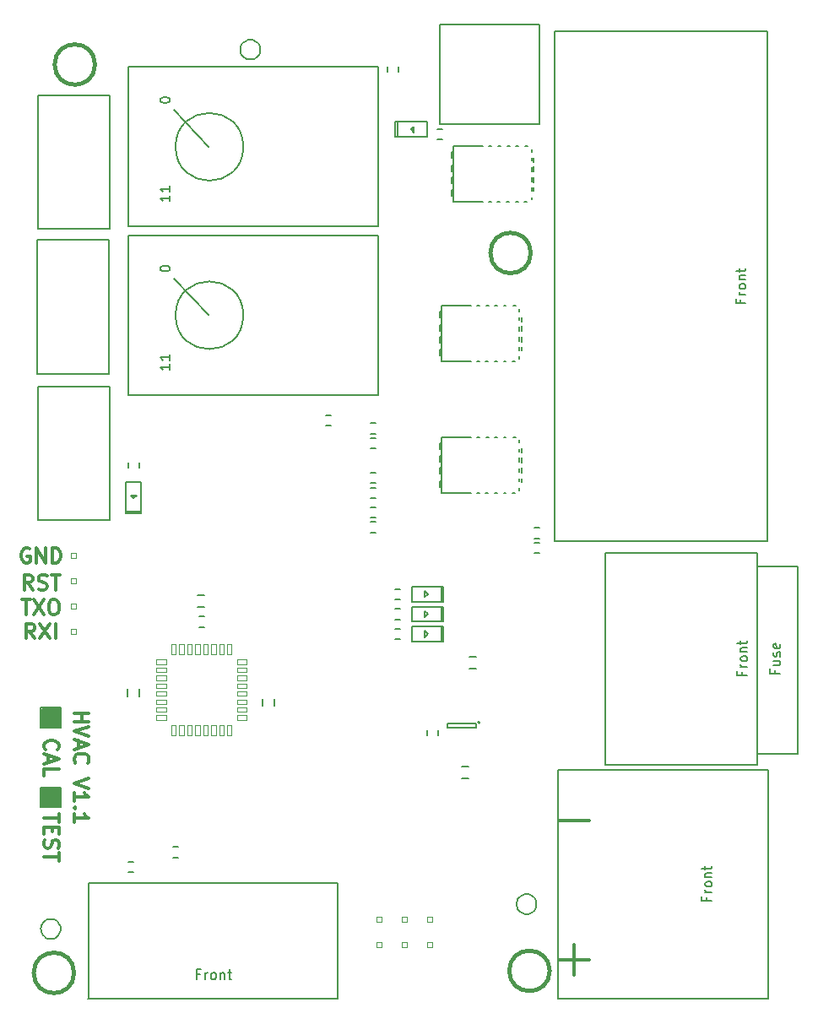
<source format=gto>
G04 #@! TF.FileFunction,Legend,Top*
%FSLAX46Y46*%
G04 Gerber Fmt 4.6, Leading zero omitted, Abs format (unit mm)*
G04 Created by KiCad (PCBNEW 4.0.2+dfsg1-stable) date Tue 11 Jul 2017 10:21:47 PM MDT*
%MOMM*%
G01*
G04 APERTURE LIST*
%ADD10C,0.150000*%
%ADD11C,0.300000*%
%ADD12C,0.200000*%
%ADD13C,0.127000*%
%ADD14C,0.066040*%
%ADD15C,0.450000*%
%ADD16C,0.254000*%
G04 APERTURE END LIST*
D10*
D11*
X103976191Y-117285714D02*
X107023810Y-117285714D01*
X103976191Y-131285714D02*
X107023810Y-131285714D01*
X105500000Y-132809524D02*
X105500000Y-129761905D01*
X51178572Y-94178571D02*
X50678572Y-93464286D01*
X50321429Y-94178571D02*
X50321429Y-92678571D01*
X50892857Y-92678571D01*
X51035715Y-92750000D01*
X51107143Y-92821429D01*
X51178572Y-92964286D01*
X51178572Y-93178571D01*
X51107143Y-93321429D01*
X51035715Y-93392857D01*
X50892857Y-93464286D01*
X50321429Y-93464286D01*
X51750000Y-94107143D02*
X51964286Y-94178571D01*
X52321429Y-94178571D01*
X52464286Y-94107143D01*
X52535715Y-94035714D01*
X52607143Y-93892857D01*
X52607143Y-93750000D01*
X52535715Y-93607143D01*
X52464286Y-93535714D01*
X52321429Y-93464286D01*
X52035715Y-93392857D01*
X51892857Y-93321429D01*
X51821429Y-93250000D01*
X51750000Y-93107143D01*
X51750000Y-92964286D01*
X51821429Y-92821429D01*
X51892857Y-92750000D01*
X52035715Y-92678571D01*
X52392857Y-92678571D01*
X52607143Y-92750000D01*
X53035714Y-92678571D02*
X53892857Y-92678571D01*
X53464286Y-94178571D02*
X53464286Y-92678571D01*
X51392858Y-99078571D02*
X50892858Y-98364286D01*
X50535715Y-99078571D02*
X50535715Y-97578571D01*
X51107143Y-97578571D01*
X51250001Y-97650000D01*
X51321429Y-97721429D01*
X51392858Y-97864286D01*
X51392858Y-98078571D01*
X51321429Y-98221429D01*
X51250001Y-98292857D01*
X51107143Y-98364286D01*
X50535715Y-98364286D01*
X51892858Y-97578571D02*
X52892858Y-99078571D01*
X52892858Y-97578571D02*
X51892858Y-99078571D01*
X53464286Y-99078571D02*
X53464286Y-97578571D01*
X50071429Y-95178571D02*
X50928572Y-95178571D01*
X50500001Y-96678571D02*
X50500001Y-95178571D01*
X51285715Y-95178571D02*
X52285715Y-96678571D01*
X52285715Y-95178571D02*
X51285715Y-96678571D01*
X53142857Y-95178571D02*
X53428571Y-95178571D01*
X53571429Y-95250000D01*
X53714286Y-95392857D01*
X53785714Y-95678571D01*
X53785714Y-96178571D01*
X53714286Y-96464286D01*
X53571429Y-96607143D01*
X53428571Y-96678571D01*
X53142857Y-96678571D01*
X53000000Y-96607143D01*
X52857143Y-96464286D01*
X52785714Y-96178571D01*
X52785714Y-95678571D01*
X52857143Y-95392857D01*
X53000000Y-95250000D01*
X53142857Y-95178571D01*
X50857143Y-90050000D02*
X50714286Y-89978571D01*
X50500000Y-89978571D01*
X50285715Y-90050000D01*
X50142857Y-90192857D01*
X50071429Y-90335714D01*
X50000000Y-90621429D01*
X50000000Y-90835714D01*
X50071429Y-91121429D01*
X50142857Y-91264286D01*
X50285715Y-91407143D01*
X50500000Y-91478571D01*
X50642857Y-91478571D01*
X50857143Y-91407143D01*
X50928572Y-91335714D01*
X50928572Y-90835714D01*
X50642857Y-90835714D01*
X51571429Y-91478571D02*
X51571429Y-89978571D01*
X52428572Y-91478571D01*
X52428572Y-89978571D01*
X53142858Y-91478571D02*
X53142858Y-89978571D01*
X53500001Y-89978571D01*
X53714286Y-90050000D01*
X53857144Y-90192857D01*
X53928572Y-90335714D01*
X54000001Y-90621429D01*
X54000001Y-90835714D01*
X53928572Y-91121429D01*
X53857144Y-91264286D01*
X53714286Y-91407143D01*
X53500001Y-91478571D01*
X53142858Y-91478571D01*
X53821429Y-116607143D02*
X53821429Y-117464286D01*
X52321429Y-117035715D02*
X53821429Y-117035715D01*
X53107143Y-117964286D02*
X53107143Y-118464286D01*
X52321429Y-118678572D02*
X52321429Y-117964286D01*
X53821429Y-117964286D01*
X53821429Y-118678572D01*
X52392857Y-119250000D02*
X52321429Y-119464286D01*
X52321429Y-119821429D01*
X52392857Y-119964286D01*
X52464286Y-120035715D01*
X52607143Y-120107143D01*
X52750000Y-120107143D01*
X52892857Y-120035715D01*
X52964286Y-119964286D01*
X53035714Y-119821429D01*
X53107143Y-119535715D01*
X53178571Y-119392857D01*
X53250000Y-119321429D01*
X53392857Y-119250000D01*
X53535714Y-119250000D01*
X53678571Y-119321429D01*
X53750000Y-119392857D01*
X53821429Y-119535715D01*
X53821429Y-119892857D01*
X53750000Y-120107143D01*
X53821429Y-120535714D02*
X53821429Y-121392857D01*
X52321429Y-120964286D02*
X53821429Y-120964286D01*
X52464286Y-110214286D02*
X52392857Y-110142857D01*
X52321429Y-109928571D01*
X52321429Y-109785714D01*
X52392857Y-109571429D01*
X52535714Y-109428571D01*
X52678571Y-109357143D01*
X52964286Y-109285714D01*
X53178571Y-109285714D01*
X53464286Y-109357143D01*
X53607143Y-109428571D01*
X53750000Y-109571429D01*
X53821429Y-109785714D01*
X53821429Y-109928571D01*
X53750000Y-110142857D01*
X53678571Y-110214286D01*
X52750000Y-110785714D02*
X52750000Y-111500000D01*
X52321429Y-110642857D02*
X53821429Y-111142857D01*
X52321429Y-111642857D01*
X52321429Y-112857143D02*
X52321429Y-112142857D01*
X53821429Y-112142857D01*
D12*
X52000000Y-116000000D02*
X52000000Y-114000000D01*
X54000000Y-116000000D02*
X52000000Y-116000000D01*
X54000000Y-114000000D02*
X54000000Y-116000000D01*
X52000000Y-114000000D02*
X54000000Y-114000000D01*
X52000000Y-106000000D02*
X53000000Y-106000000D01*
X52000000Y-108000000D02*
X52000000Y-106000000D01*
X54000000Y-108000000D02*
X52000000Y-108000000D01*
X54000000Y-106000000D02*
X54000000Y-108000000D01*
X53000000Y-106000000D02*
X54000000Y-106000000D01*
D11*
X55321429Y-106535715D02*
X56821429Y-106535715D01*
X56107143Y-106535715D02*
X56107143Y-107392858D01*
X55321429Y-107392858D02*
X56821429Y-107392858D01*
X56821429Y-107892858D02*
X55321429Y-108392858D01*
X56821429Y-108892858D01*
X55750000Y-109321429D02*
X55750000Y-110035715D01*
X55321429Y-109178572D02*
X56821429Y-109678572D01*
X55321429Y-110178572D01*
X55464286Y-111535715D02*
X55392857Y-111464286D01*
X55321429Y-111250000D01*
X55321429Y-111107143D01*
X55392857Y-110892858D01*
X55535714Y-110750000D01*
X55678571Y-110678572D01*
X55964286Y-110607143D01*
X56178571Y-110607143D01*
X56464286Y-110678572D01*
X56607143Y-110750000D01*
X56750000Y-110892858D01*
X56821429Y-111107143D01*
X56821429Y-111250000D01*
X56750000Y-111464286D01*
X56678571Y-111535715D01*
X56821429Y-113107143D02*
X55321429Y-113607143D01*
X56821429Y-114107143D01*
X55321429Y-115392857D02*
X55321429Y-114535714D01*
X55321429Y-114964286D02*
X56821429Y-114964286D01*
X56607143Y-114821429D01*
X56464286Y-114678571D01*
X56392857Y-114535714D01*
X55464286Y-116035714D02*
X55392857Y-116107142D01*
X55321429Y-116035714D01*
X55392857Y-115964285D01*
X55464286Y-116035714D01*
X55321429Y-116035714D01*
X55321429Y-117535714D02*
X55321429Y-116678571D01*
X55321429Y-117107143D02*
X56821429Y-117107143D01*
X56607143Y-116964286D01*
X56464286Y-116821428D01*
X56392857Y-116678571D01*
D10*
X74200000Y-105800000D02*
X74200000Y-105100000D01*
X75400000Y-105100000D02*
X75400000Y-105800000D01*
X68400000Y-95900000D02*
X67700000Y-95900000D01*
X67700000Y-94700000D02*
X68400000Y-94700000D01*
X61900000Y-104150000D02*
X61900000Y-104850000D01*
X60700000Y-104850000D02*
X60700000Y-104150000D01*
X94950000Y-100900000D02*
X95650000Y-100900000D01*
X95650000Y-102100000D02*
X94950000Y-102100000D01*
X94200000Y-111900000D02*
X94900000Y-111900000D01*
X94900000Y-113100000D02*
X94200000Y-113100000D01*
D13*
X92168778Y-95361508D02*
X92168778Y-93862908D01*
X92168778Y-93862908D02*
X89171578Y-93862908D01*
X89171578Y-93862908D02*
X89171578Y-95361508D01*
X89171578Y-95361508D02*
X92168778Y-95361508D01*
X92168778Y-95361508D02*
X92369438Y-95361508D01*
X92369438Y-95361508D02*
X92369438Y-93862908D01*
X92369438Y-93862908D02*
X92168778Y-93862908D01*
X92168778Y-93862908D02*
X92168778Y-95361508D01*
X90820038Y-94612208D02*
X90520318Y-94911928D01*
X90520318Y-94911928D02*
X90520318Y-94312488D01*
X90520318Y-94312488D02*
X90820038Y-94612208D01*
X92168778Y-97361508D02*
X92168778Y-95862908D01*
X92168778Y-95862908D02*
X89171578Y-95862908D01*
X89171578Y-95862908D02*
X89171578Y-97361508D01*
X89171578Y-97361508D02*
X92168778Y-97361508D01*
X92168778Y-97361508D02*
X92369438Y-97361508D01*
X92369438Y-97361508D02*
X92369438Y-95862908D01*
X92369438Y-95862908D02*
X92168778Y-95862908D01*
X92168778Y-95862908D02*
X92168778Y-97361508D01*
X90820038Y-96612208D02*
X90520318Y-96911928D01*
X90520318Y-96911928D02*
X90520318Y-96312488D01*
X90520318Y-96312488D02*
X90820038Y-96612208D01*
X92168778Y-99361508D02*
X92168778Y-97862908D01*
X92168778Y-97862908D02*
X89171578Y-97862908D01*
X89171578Y-97862908D02*
X89171578Y-99361508D01*
X89171578Y-99361508D02*
X92168778Y-99361508D01*
X92168778Y-99361508D02*
X92369438Y-99361508D01*
X92369438Y-99361508D02*
X92369438Y-97862908D01*
X92369438Y-97862908D02*
X92168778Y-97862908D01*
X92168778Y-97862908D02*
X92168778Y-99361508D01*
X90820038Y-98612208D02*
X90520318Y-98911928D01*
X90520318Y-98911928D02*
X90520318Y-98312488D01*
X90520318Y-98312488D02*
X90820038Y-98612208D01*
X87752100Y-47250700D02*
X87752100Y-48749300D01*
X87752100Y-48749300D02*
X90749300Y-48749300D01*
X90749300Y-48749300D02*
X90749300Y-47250700D01*
X90749300Y-47250700D02*
X87752100Y-47250700D01*
X87752100Y-47250700D02*
X87551440Y-47250700D01*
X87551440Y-47250700D02*
X87551440Y-48749300D01*
X87551440Y-48749300D02*
X87752100Y-48749300D01*
X87752100Y-48749300D02*
X87752100Y-47250700D01*
X89100840Y-48000000D02*
X89400560Y-47700280D01*
X89400560Y-47700280D02*
X89400560Y-48299720D01*
X89400560Y-48299720D02*
X89100840Y-48000000D01*
X60550700Y-86347900D02*
X62049300Y-86347900D01*
X62049300Y-86347900D02*
X62049300Y-83350700D01*
X62049300Y-83350700D02*
X60550700Y-83350700D01*
X60550700Y-83350700D02*
X60550700Y-86347900D01*
X60550700Y-86347900D02*
X60550700Y-86548560D01*
X60550700Y-86548560D02*
X62049300Y-86548560D01*
X62049300Y-86548560D02*
X62049300Y-86347900D01*
X62049300Y-86347900D02*
X60550700Y-86347900D01*
X61300000Y-84999160D02*
X61000280Y-84699440D01*
X61000280Y-84699440D02*
X61599720Y-84699440D01*
X61599720Y-84699440D02*
X61300000Y-84999160D01*
D10*
X123800000Y-110600000D02*
X127900000Y-110600000D01*
X127900000Y-110600000D02*
X127900000Y-93200000D01*
X127900000Y-93200000D02*
X127900000Y-92200000D01*
X127900000Y-92200000D02*
X127900000Y-91800000D01*
X127900000Y-91800000D02*
X123800000Y-91800000D01*
X108600000Y-90500000D02*
X108600000Y-111700000D01*
X108600000Y-111700000D02*
X123800000Y-111700000D01*
X123800000Y-111700000D02*
X123800000Y-90500000D01*
X123800000Y-90500000D02*
X108600000Y-90500000D01*
D14*
X63554520Y-101636920D02*
X64545120Y-101636920D01*
X64545120Y-101636920D02*
X64545120Y-101179720D01*
X63554520Y-101179720D02*
X64545120Y-101179720D01*
X63554520Y-101636920D02*
X63554520Y-101179720D01*
X63554520Y-102437020D02*
X64545120Y-102437020D01*
X64545120Y-102437020D02*
X64545120Y-101979820D01*
X63554520Y-101979820D02*
X64545120Y-101979820D01*
X63554520Y-102437020D02*
X63554520Y-101979820D01*
X63554520Y-103237120D02*
X64545120Y-103237120D01*
X64545120Y-103237120D02*
X64545120Y-102779920D01*
X63554520Y-102779920D02*
X64545120Y-102779920D01*
X63554520Y-103237120D02*
X63554520Y-102779920D01*
X63554520Y-104037220D02*
X64545120Y-104037220D01*
X64545120Y-104037220D02*
X64545120Y-103580020D01*
X63554520Y-103580020D02*
X64545120Y-103580020D01*
X63554520Y-104037220D02*
X63554520Y-103580020D01*
X63554520Y-104834780D02*
X64545120Y-104834780D01*
X64545120Y-104834780D02*
X64545120Y-104377580D01*
X63554520Y-104377580D02*
X64545120Y-104377580D01*
X63554520Y-104834780D02*
X63554520Y-104377580D01*
X63554520Y-105634880D02*
X64545120Y-105634880D01*
X64545120Y-105634880D02*
X64545120Y-105177680D01*
X63554520Y-105177680D02*
X64545120Y-105177680D01*
X63554520Y-105634880D02*
X63554520Y-105177680D01*
X63554520Y-106434980D02*
X64545120Y-106434980D01*
X64545120Y-106434980D02*
X64545120Y-105977780D01*
X63554520Y-105977780D02*
X64545120Y-105977780D01*
X63554520Y-106434980D02*
X63554520Y-105977780D01*
X63554520Y-107235080D02*
X64545120Y-107235080D01*
X64545120Y-107235080D02*
X64545120Y-106777880D01*
X63554520Y-106777880D02*
X64545120Y-106777880D01*
X63554520Y-107235080D02*
X63554520Y-106777880D01*
X65073440Y-108754000D02*
X65530640Y-108754000D01*
X65530640Y-108754000D02*
X65530640Y-107763400D01*
X65073440Y-107763400D02*
X65530640Y-107763400D01*
X65073440Y-108754000D02*
X65073440Y-107763400D01*
X65873540Y-108754000D02*
X66330740Y-108754000D01*
X66330740Y-108754000D02*
X66330740Y-107763400D01*
X65873540Y-107763400D02*
X66330740Y-107763400D01*
X65873540Y-108754000D02*
X65873540Y-107763400D01*
X66673640Y-108754000D02*
X67130840Y-108754000D01*
X67130840Y-108754000D02*
X67130840Y-107763400D01*
X66673640Y-107763400D02*
X67130840Y-107763400D01*
X66673640Y-108754000D02*
X66673640Y-107763400D01*
X67473740Y-108754000D02*
X67930940Y-108754000D01*
X67930940Y-108754000D02*
X67930940Y-107763400D01*
X67473740Y-107763400D02*
X67930940Y-107763400D01*
X67473740Y-108754000D02*
X67473740Y-107763400D01*
X68271300Y-108754000D02*
X68728500Y-108754000D01*
X68728500Y-108754000D02*
X68728500Y-107763400D01*
X68271300Y-107763400D02*
X68728500Y-107763400D01*
X68271300Y-108754000D02*
X68271300Y-107763400D01*
X69071400Y-108754000D02*
X69528600Y-108754000D01*
X69528600Y-108754000D02*
X69528600Y-107763400D01*
X69071400Y-107763400D02*
X69528600Y-107763400D01*
X69071400Y-108754000D02*
X69071400Y-107763400D01*
X69871500Y-108754000D02*
X70328700Y-108754000D01*
X70328700Y-108754000D02*
X70328700Y-107763400D01*
X69871500Y-107763400D02*
X70328700Y-107763400D01*
X69871500Y-108754000D02*
X69871500Y-107763400D01*
X70671600Y-108754000D02*
X71128800Y-108754000D01*
X71128800Y-108754000D02*
X71128800Y-107763400D01*
X70671600Y-107763400D02*
X71128800Y-107763400D01*
X70671600Y-108754000D02*
X70671600Y-107763400D01*
X71657120Y-107235080D02*
X72647720Y-107235080D01*
X72647720Y-107235080D02*
X72647720Y-106777880D01*
X71657120Y-106777880D02*
X72647720Y-106777880D01*
X71657120Y-107235080D02*
X71657120Y-106777880D01*
X71657120Y-106434980D02*
X72647720Y-106434980D01*
X72647720Y-106434980D02*
X72647720Y-105977780D01*
X71657120Y-105977780D02*
X72647720Y-105977780D01*
X71657120Y-106434980D02*
X71657120Y-105977780D01*
X71657120Y-105634880D02*
X72647720Y-105634880D01*
X72647720Y-105634880D02*
X72647720Y-105177680D01*
X71657120Y-105177680D02*
X72647720Y-105177680D01*
X71657120Y-105634880D02*
X71657120Y-105177680D01*
X71657120Y-104834780D02*
X72647720Y-104834780D01*
X72647720Y-104834780D02*
X72647720Y-104377580D01*
X71657120Y-104377580D02*
X72647720Y-104377580D01*
X71657120Y-104834780D02*
X71657120Y-104377580D01*
X71657120Y-104037220D02*
X72647720Y-104037220D01*
X72647720Y-104037220D02*
X72647720Y-103580020D01*
X71657120Y-103580020D02*
X72647720Y-103580020D01*
X71657120Y-104037220D02*
X71657120Y-103580020D01*
X71657120Y-103237120D02*
X72647720Y-103237120D01*
X72647720Y-103237120D02*
X72647720Y-102779920D01*
X71657120Y-102779920D02*
X72647720Y-102779920D01*
X71657120Y-103237120D02*
X71657120Y-102779920D01*
X71657120Y-102437020D02*
X72647720Y-102437020D01*
X72647720Y-102437020D02*
X72647720Y-101979820D01*
X71657120Y-101979820D02*
X72647720Y-101979820D01*
X71657120Y-102437020D02*
X71657120Y-101979820D01*
X71657120Y-101636920D02*
X72647720Y-101636920D01*
X72647720Y-101636920D02*
X72647720Y-101179720D01*
X71657120Y-101179720D02*
X72647720Y-101179720D01*
X71657120Y-101636920D02*
X71657120Y-101179720D01*
X70671600Y-100651400D02*
X71128800Y-100651400D01*
X71128800Y-100651400D02*
X71128800Y-99660800D01*
X70671600Y-99660800D02*
X71128800Y-99660800D01*
X70671600Y-100651400D02*
X70671600Y-99660800D01*
X69871500Y-100651400D02*
X70328700Y-100651400D01*
X70328700Y-100651400D02*
X70328700Y-99660800D01*
X69871500Y-99660800D02*
X70328700Y-99660800D01*
X69871500Y-100651400D02*
X69871500Y-99660800D01*
X69071400Y-100651400D02*
X69528600Y-100651400D01*
X69528600Y-100651400D02*
X69528600Y-99660800D01*
X69071400Y-99660800D02*
X69528600Y-99660800D01*
X69071400Y-100651400D02*
X69071400Y-99660800D01*
X68271300Y-100651400D02*
X68728500Y-100651400D01*
X68728500Y-100651400D02*
X68728500Y-99660800D01*
X68271300Y-99660800D02*
X68728500Y-99660800D01*
X68271300Y-100651400D02*
X68271300Y-99660800D01*
X67473740Y-100651400D02*
X67930940Y-100651400D01*
X67930940Y-100651400D02*
X67930940Y-99660800D01*
X67473740Y-99660800D02*
X67930940Y-99660800D01*
X67473740Y-100651400D02*
X67473740Y-99660800D01*
X66673640Y-100651400D02*
X67130840Y-100651400D01*
X67130840Y-100651400D02*
X67130840Y-99660800D01*
X66673640Y-99660800D02*
X67130840Y-99660800D01*
X66673640Y-100651400D02*
X66673640Y-99660800D01*
X65873540Y-100651400D02*
X66330740Y-100651400D01*
X66330740Y-100651400D02*
X66330740Y-99660800D01*
X65873540Y-99660800D02*
X66330740Y-99660800D01*
X65873540Y-100651400D02*
X65873540Y-99660800D01*
X65073440Y-100651400D02*
X65530640Y-100651400D01*
X65530640Y-100651400D02*
X65530640Y-99660800D01*
X65073440Y-99660800D02*
X65530640Y-99660800D01*
X65073440Y-100651400D02*
X65073440Y-99660800D01*
X85666000Y-129994000D02*
X86174000Y-129994000D01*
X86174000Y-129994000D02*
X86174000Y-129486000D01*
X85666000Y-129486000D02*
X86174000Y-129486000D01*
X85666000Y-129994000D02*
X85666000Y-129486000D01*
X85666000Y-127454000D02*
X86174000Y-127454000D01*
X86174000Y-127454000D02*
X86174000Y-126946000D01*
X85666000Y-126946000D02*
X86174000Y-126946000D01*
X85666000Y-127454000D02*
X85666000Y-126946000D01*
X88206000Y-127454000D02*
X88714000Y-127454000D01*
X88714000Y-127454000D02*
X88714000Y-126946000D01*
X88206000Y-126946000D02*
X88714000Y-126946000D01*
X88206000Y-127454000D02*
X88206000Y-126946000D01*
X88206000Y-129994000D02*
X88714000Y-129994000D01*
X88714000Y-129994000D02*
X88714000Y-129486000D01*
X88206000Y-129486000D02*
X88714000Y-129486000D01*
X88206000Y-129994000D02*
X88206000Y-129486000D01*
X90746000Y-127454000D02*
X91254000Y-127454000D01*
X91254000Y-127454000D02*
X91254000Y-126946000D01*
X90746000Y-126946000D02*
X91254000Y-126946000D01*
X90746000Y-127454000D02*
X90746000Y-126946000D01*
X90746000Y-129994000D02*
X91254000Y-129994000D01*
X91254000Y-129994000D02*
X91254000Y-129486000D01*
X90746000Y-129486000D02*
X91254000Y-129486000D01*
X90746000Y-129994000D02*
X90746000Y-129486000D01*
X55554000Y-91034000D02*
X55554000Y-90526000D01*
X55554000Y-90526000D02*
X55046000Y-90526000D01*
X55046000Y-91034000D02*
X55046000Y-90526000D01*
X55554000Y-91034000D02*
X55046000Y-91034000D01*
X55554000Y-93574000D02*
X55554000Y-93066000D01*
X55554000Y-93066000D02*
X55046000Y-93066000D01*
X55046000Y-93574000D02*
X55046000Y-93066000D01*
X55554000Y-93574000D02*
X55046000Y-93574000D01*
X55554000Y-96114000D02*
X55554000Y-95606000D01*
X55554000Y-95606000D02*
X55046000Y-95606000D01*
X55046000Y-96114000D02*
X55046000Y-95606000D01*
X55554000Y-96114000D02*
X55046000Y-96114000D01*
X55554000Y-98654000D02*
X55554000Y-98146000D01*
X55554000Y-98146000D02*
X55046000Y-98146000D01*
X55046000Y-98654000D02*
X55046000Y-98146000D01*
X55554000Y-98654000D02*
X55046000Y-98654000D01*
D10*
X124944000Y-135208000D02*
X124944000Y-112208000D01*
X124944000Y-112208000D02*
X103844000Y-112208000D01*
X103844000Y-112208000D02*
X103844000Y-135208000D01*
X103844000Y-135208000D02*
X124844000Y-135208000D01*
X124844000Y-89264000D02*
X103544000Y-89264000D01*
X103544000Y-89264000D02*
X103544000Y-38164000D01*
X103544000Y-38164000D02*
X124844000Y-38164000D01*
X124844000Y-38164000D02*
X124844000Y-89264000D01*
X56700000Y-135200000D02*
X81800000Y-135200000D01*
X81800000Y-135200000D02*
X81800000Y-123600000D01*
X81800000Y-123600000D02*
X56800000Y-123600000D01*
X56800000Y-123600000D02*
X56800000Y-135200000D01*
X102000000Y-87975000D02*
X101500000Y-87975000D01*
X101500000Y-89025000D02*
X102000000Y-89025000D01*
X101500000Y-90525000D02*
X102000000Y-90525000D01*
X102000000Y-89475000D02*
X101500000Y-89475000D01*
X91825000Y-108750000D02*
X91825000Y-108250000D01*
X90775000Y-108250000D02*
X90775000Y-108750000D01*
X68400000Y-96875000D02*
X67900000Y-96875000D01*
X67900000Y-97925000D02*
X68400000Y-97925000D01*
X88019478Y-94087208D02*
X87519478Y-94087208D01*
X87519478Y-95137208D02*
X88019478Y-95137208D01*
X88019478Y-96087208D02*
X87519478Y-96087208D01*
X87519478Y-97137208D02*
X88019478Y-97137208D01*
X88019478Y-98087208D02*
X87519478Y-98087208D01*
X87519478Y-99137208D02*
X88019478Y-99137208D01*
X91750000Y-49025000D02*
X92250000Y-49025000D01*
X92250000Y-47975000D02*
X91750000Y-47975000D01*
X61825000Y-81900000D02*
X61825000Y-81400000D01*
X60775000Y-81400000D02*
X60775000Y-81900000D01*
X85550000Y-78975000D02*
X85050000Y-78975000D01*
X85050000Y-80025000D02*
X85550000Y-80025000D01*
X85550000Y-83975000D02*
X85050000Y-83975000D01*
X85050000Y-85025000D02*
X85550000Y-85025000D01*
X85550000Y-87375000D02*
X85050000Y-87375000D01*
X85050000Y-88425000D02*
X85550000Y-88425000D01*
X85050000Y-78525000D02*
X85550000Y-78525000D01*
X85550000Y-77475000D02*
X85050000Y-77475000D01*
X85050000Y-83475000D02*
X85550000Y-83475000D01*
X85550000Y-82425000D02*
X85050000Y-82425000D01*
X85050000Y-86925000D02*
X85550000Y-86925000D01*
X85550000Y-85875000D02*
X85050000Y-85875000D01*
X86775000Y-41700000D02*
X86775000Y-42200000D01*
X87825000Y-42200000D02*
X87825000Y-41700000D01*
X80600000Y-77725000D02*
X81100000Y-77725000D01*
X81100000Y-76675000D02*
X80600000Y-76675000D01*
X68800000Y-66650000D02*
X65300000Y-62950000D01*
X72295585Y-66650000D02*
G75*
G03X72295585Y-66650000I-3395585J0D01*
G01*
X85800000Y-74650000D02*
X60800000Y-74650000D01*
X60800000Y-74650000D02*
X60800000Y-58650000D01*
X60800000Y-58650000D02*
X85800000Y-58650000D01*
X85800000Y-58650000D02*
X85800000Y-74650000D01*
X68800000Y-49750000D02*
X65300000Y-46050000D01*
X72295585Y-49750000D02*
G75*
G03X72295585Y-49750000I-3395585J0D01*
G01*
X85800000Y-57750000D02*
X60800000Y-57750000D01*
X60800000Y-57750000D02*
X60800000Y-41750000D01*
X60800000Y-41750000D02*
X85800000Y-41750000D01*
X85800000Y-41750000D02*
X85800000Y-57750000D01*
X96016000Y-107500000D02*
G75*
G03X96016000Y-107500000I-100000J0D01*
G01*
X95666000Y-108050000D02*
X95666000Y-107550000D01*
X92766000Y-108050000D02*
X95666000Y-108050000D01*
X92766000Y-107550000D02*
X92766000Y-108050000D01*
X95666000Y-107550000D02*
X92766000Y-107550000D01*
X96300000Y-49700000D02*
X93400000Y-49700000D01*
X97200000Y-49700000D02*
X96950000Y-49700000D01*
X98100000Y-49700000D02*
X97850000Y-49700000D01*
X99000000Y-49700000D02*
X98750000Y-49700000D01*
X99850000Y-49700000D02*
X99650000Y-49700000D01*
X100800000Y-49700000D02*
X100550000Y-49700000D01*
X101200000Y-50250000D02*
X101200000Y-50000000D01*
X101200000Y-51150000D02*
X101200000Y-50900000D01*
X101400000Y-51250000D02*
X101400000Y-50850000D01*
X101200000Y-52200000D02*
X101200000Y-51800000D01*
X101400000Y-52250000D02*
X101400000Y-51750000D01*
X101200000Y-53250000D02*
X101200000Y-52850000D01*
X101400000Y-53300000D02*
X101400000Y-52800000D01*
X101400000Y-54200000D02*
X101400000Y-53850000D01*
X101200000Y-54150000D02*
X101200000Y-53850000D01*
X101200000Y-55050000D02*
X101200000Y-54800000D01*
X100500000Y-55300000D02*
X100750000Y-55300000D01*
X99600000Y-55300000D02*
X99850000Y-55300000D01*
X98700000Y-55300000D02*
X98950000Y-55300000D01*
X97800000Y-55300000D02*
X98050000Y-55300000D01*
X96900000Y-55300000D02*
X97200000Y-55300000D01*
X93400000Y-55300000D02*
X96300000Y-55300000D01*
X93400000Y-54100000D02*
X93200000Y-54100000D01*
X93200000Y-54100000D02*
X93200000Y-54700000D01*
X93200000Y-54700000D02*
X93400000Y-54700000D01*
X93400000Y-52800000D02*
X93200000Y-52800000D01*
X93200000Y-52800000D02*
X93200000Y-53400000D01*
X93200000Y-53400000D02*
X93400000Y-53400000D01*
X93400000Y-51600000D02*
X93200000Y-51600000D01*
X93200000Y-51600000D02*
X93200000Y-52200000D01*
X93200000Y-52200000D02*
X93400000Y-52200000D01*
X93400000Y-50300000D02*
X93200000Y-50300000D01*
X93200000Y-50300000D02*
X93200000Y-50900000D01*
X93200000Y-50900000D02*
X93400000Y-50900000D01*
X93400000Y-55300000D02*
X93400000Y-49700000D01*
X95100000Y-65700000D02*
X92200000Y-65700000D01*
X96000000Y-65700000D02*
X95750000Y-65700000D01*
X96900000Y-65700000D02*
X96650000Y-65700000D01*
X97800000Y-65700000D02*
X97550000Y-65700000D01*
X98650000Y-65700000D02*
X98450000Y-65700000D01*
X99600000Y-65700000D02*
X99350000Y-65700000D01*
X100000000Y-66250000D02*
X100000000Y-66000000D01*
X100000000Y-67150000D02*
X100000000Y-66900000D01*
X100200000Y-67250000D02*
X100200000Y-66850000D01*
X100000000Y-68200000D02*
X100000000Y-67800000D01*
X100200000Y-68250000D02*
X100200000Y-67750000D01*
X100000000Y-69250000D02*
X100000000Y-68850000D01*
X100200000Y-69300000D02*
X100200000Y-68800000D01*
X100200000Y-70200000D02*
X100200000Y-69850000D01*
X100000000Y-70150000D02*
X100000000Y-69850000D01*
X100000000Y-71050000D02*
X100000000Y-70800000D01*
X99300000Y-71300000D02*
X99550000Y-71300000D01*
X98400000Y-71300000D02*
X98650000Y-71300000D01*
X97500000Y-71300000D02*
X97750000Y-71300000D01*
X96600000Y-71300000D02*
X96850000Y-71300000D01*
X95700000Y-71300000D02*
X96000000Y-71300000D01*
X92200000Y-71300000D02*
X95100000Y-71300000D01*
X92200000Y-70100000D02*
X92000000Y-70100000D01*
X92000000Y-70100000D02*
X92000000Y-70700000D01*
X92000000Y-70700000D02*
X92200000Y-70700000D01*
X92200000Y-68800000D02*
X92000000Y-68800000D01*
X92000000Y-68800000D02*
X92000000Y-69400000D01*
X92000000Y-69400000D02*
X92200000Y-69400000D01*
X92200000Y-67600000D02*
X92000000Y-67600000D01*
X92000000Y-67600000D02*
X92000000Y-68200000D01*
X92000000Y-68200000D02*
X92200000Y-68200000D01*
X92200000Y-66300000D02*
X92000000Y-66300000D01*
X92000000Y-66300000D02*
X92000000Y-66900000D01*
X92000000Y-66900000D02*
X92200000Y-66900000D01*
X92200000Y-71300000D02*
X92200000Y-65700000D01*
X95100000Y-78850000D02*
X92200000Y-78850000D01*
X96000000Y-78850000D02*
X95750000Y-78850000D01*
X96900000Y-78850000D02*
X96650000Y-78850000D01*
X97800000Y-78850000D02*
X97550000Y-78850000D01*
X98650000Y-78850000D02*
X98450000Y-78850000D01*
X99600000Y-78850000D02*
X99350000Y-78850000D01*
X100000000Y-79400000D02*
X100000000Y-79150000D01*
X100000000Y-80300000D02*
X100000000Y-80050000D01*
X100200000Y-80400000D02*
X100200000Y-80000000D01*
X100000000Y-81350000D02*
X100000000Y-80950000D01*
X100200000Y-81400000D02*
X100200000Y-80900000D01*
X100000000Y-82400000D02*
X100000000Y-82000000D01*
X100200000Y-82450000D02*
X100200000Y-81950000D01*
X100200000Y-83350000D02*
X100200000Y-83000000D01*
X100000000Y-83300000D02*
X100000000Y-83000000D01*
X100000000Y-84200000D02*
X100000000Y-83950000D01*
X99300000Y-84450000D02*
X99550000Y-84450000D01*
X98400000Y-84450000D02*
X98650000Y-84450000D01*
X97500000Y-84450000D02*
X97750000Y-84450000D01*
X96600000Y-84450000D02*
X96850000Y-84450000D01*
X95700000Y-84450000D02*
X96000000Y-84450000D01*
X92200000Y-84450000D02*
X95100000Y-84450000D01*
X92200000Y-83250000D02*
X92000000Y-83250000D01*
X92000000Y-83250000D02*
X92000000Y-83850000D01*
X92000000Y-83850000D02*
X92200000Y-83850000D01*
X92200000Y-81950000D02*
X92000000Y-81950000D01*
X92000000Y-81950000D02*
X92000000Y-82550000D01*
X92000000Y-82550000D02*
X92200000Y-82550000D01*
X92200000Y-80750000D02*
X92000000Y-80750000D01*
X92000000Y-80750000D02*
X92000000Y-81350000D01*
X92000000Y-81350000D02*
X92200000Y-81350000D01*
X92200000Y-79450000D02*
X92000000Y-79450000D01*
X92000000Y-79450000D02*
X92000000Y-80050000D01*
X92000000Y-80050000D02*
X92200000Y-80050000D01*
X92200000Y-84450000D02*
X92200000Y-78850000D01*
D15*
X57424253Y-41500000D02*
G75*
G03X57424253Y-41500000I-2024253J0D01*
G01*
X101124253Y-60400000D02*
G75*
G03X101124253Y-60400000I-2024253J0D01*
G01*
X55324253Y-132600000D02*
G75*
G03X55324253Y-132600000I-2024253J0D01*
G01*
X103024253Y-132400000D02*
G75*
G03X103024253Y-132400000I-2024253J0D01*
G01*
D13*
X99701780Y-125700000D02*
X99717020Y-125872720D01*
X99717020Y-125872720D02*
X99762740Y-126040360D01*
X99762740Y-126040360D02*
X99836400Y-126197840D01*
X99836400Y-126197840D02*
X99935460Y-126342620D01*
X99935460Y-126342620D02*
X100057380Y-126464540D01*
X100057380Y-126464540D02*
X100202160Y-126563600D01*
X100202160Y-126563600D02*
X100359640Y-126637260D01*
X100359640Y-126637260D02*
X100527280Y-126682980D01*
X100527280Y-126682980D02*
X100700000Y-126698220D01*
X100700000Y-126698220D02*
X100872720Y-126682980D01*
X100872720Y-126682980D02*
X101040360Y-126637260D01*
X101040360Y-126637260D02*
X101197840Y-126563600D01*
X101197840Y-126563600D02*
X101342620Y-126464540D01*
X101342620Y-126464540D02*
X101464540Y-126342620D01*
X101464540Y-126342620D02*
X101563600Y-126197840D01*
X101563600Y-126197840D02*
X101637260Y-126040360D01*
X101637260Y-126040360D02*
X101682980Y-125872720D01*
X101682980Y-125872720D02*
X101698220Y-125700000D01*
X101698220Y-125700000D02*
X101682980Y-125527280D01*
X101682980Y-125527280D02*
X101637260Y-125359640D01*
X101637260Y-125359640D02*
X101563600Y-125202160D01*
X101563600Y-125202160D02*
X101464540Y-125057380D01*
X101464540Y-125057380D02*
X101342620Y-124935460D01*
X101342620Y-124935460D02*
X101197840Y-124836400D01*
X101197840Y-124836400D02*
X101040360Y-124762740D01*
X101040360Y-124762740D02*
X100872720Y-124717020D01*
X100872720Y-124717020D02*
X100700000Y-124701780D01*
X100700000Y-124701780D02*
X100527280Y-124717020D01*
X100527280Y-124717020D02*
X100359640Y-124762740D01*
X100359640Y-124762740D02*
X100202160Y-124836400D01*
X100202160Y-124836400D02*
X100057380Y-124935460D01*
X100057380Y-124935460D02*
X99935460Y-125057380D01*
X99935460Y-125057380D02*
X99836400Y-125202160D01*
X99836400Y-125202160D02*
X99762740Y-125359640D01*
X99762740Y-125359640D02*
X99717020Y-125527280D01*
X99717020Y-125527280D02*
X99701780Y-125700000D01*
X99701780Y-125700000D02*
X99717020Y-125872720D01*
X99717020Y-125872720D02*
X99762740Y-126040360D01*
X99762740Y-126040360D02*
X99836400Y-126197840D01*
X99836400Y-126197840D02*
X99935460Y-126342620D01*
X99935460Y-126342620D02*
X100057380Y-126464540D01*
X100057380Y-126464540D02*
X100202160Y-126563600D01*
X100202160Y-126563600D02*
X100359640Y-126637260D01*
X100359640Y-126637260D02*
X100527280Y-126682980D01*
X100527280Y-126682980D02*
X100700000Y-126698220D01*
X100700000Y-126698220D02*
X100872720Y-126682980D01*
X100872720Y-126682980D02*
X101040360Y-126637260D01*
X101040360Y-126637260D02*
X101197840Y-126563600D01*
X101197840Y-126563600D02*
X101342620Y-126464540D01*
X101342620Y-126464540D02*
X101464540Y-126342620D01*
X101464540Y-126342620D02*
X101563600Y-126197840D01*
X101563600Y-126197840D02*
X101637260Y-126040360D01*
X101637260Y-126040360D02*
X101682980Y-125872720D01*
X101682980Y-125872720D02*
X101698220Y-125700000D01*
X101698220Y-125700000D02*
X101682980Y-125527280D01*
X101682980Y-125527280D02*
X101637260Y-125359640D01*
X101637260Y-125359640D02*
X101563600Y-125202160D01*
X101563600Y-125202160D02*
X101464540Y-125057380D01*
X101464540Y-125057380D02*
X101342620Y-124935460D01*
X101342620Y-124935460D02*
X101197840Y-124836400D01*
X101197840Y-124836400D02*
X101040360Y-124762740D01*
X101040360Y-124762740D02*
X100872720Y-124717020D01*
X100872720Y-124717020D02*
X100700000Y-124701780D01*
X100700000Y-124701780D02*
X100527280Y-124717020D01*
X100527280Y-124717020D02*
X100359640Y-124762740D01*
X100359640Y-124762740D02*
X100202160Y-124836400D01*
X100202160Y-124836400D02*
X100057380Y-124935460D01*
X100057380Y-124935460D02*
X99935460Y-125057380D01*
X99935460Y-125057380D02*
X99836400Y-125202160D01*
X99836400Y-125202160D02*
X99762740Y-125359640D01*
X99762740Y-125359640D02*
X99717020Y-125527280D01*
X99717020Y-125527280D02*
X99701780Y-125700000D01*
X52001780Y-128200000D02*
X52017020Y-128372720D01*
X52017020Y-128372720D02*
X52062740Y-128540360D01*
X52062740Y-128540360D02*
X52136400Y-128697840D01*
X52136400Y-128697840D02*
X52235460Y-128842620D01*
X52235460Y-128842620D02*
X52357380Y-128964540D01*
X52357380Y-128964540D02*
X52502160Y-129063600D01*
X52502160Y-129063600D02*
X52659640Y-129137260D01*
X52659640Y-129137260D02*
X52827280Y-129182980D01*
X52827280Y-129182980D02*
X53000000Y-129198220D01*
X53000000Y-129198220D02*
X53172720Y-129182980D01*
X53172720Y-129182980D02*
X53340360Y-129137260D01*
X53340360Y-129137260D02*
X53497840Y-129063600D01*
X53497840Y-129063600D02*
X53642620Y-128964540D01*
X53642620Y-128964540D02*
X53764540Y-128842620D01*
X53764540Y-128842620D02*
X53863600Y-128697840D01*
X53863600Y-128697840D02*
X53937260Y-128540360D01*
X53937260Y-128540360D02*
X53982980Y-128372720D01*
X53982980Y-128372720D02*
X53998220Y-128200000D01*
X53998220Y-128200000D02*
X53982980Y-128027280D01*
X53982980Y-128027280D02*
X53937260Y-127859640D01*
X53937260Y-127859640D02*
X53863600Y-127702160D01*
X53863600Y-127702160D02*
X53764540Y-127557380D01*
X53764540Y-127557380D02*
X53642620Y-127435460D01*
X53642620Y-127435460D02*
X53497840Y-127336400D01*
X53497840Y-127336400D02*
X53340360Y-127262740D01*
X53340360Y-127262740D02*
X53172720Y-127217020D01*
X53172720Y-127217020D02*
X53000000Y-127201780D01*
X53000000Y-127201780D02*
X52827280Y-127217020D01*
X52827280Y-127217020D02*
X52659640Y-127262740D01*
X52659640Y-127262740D02*
X52502160Y-127336400D01*
X52502160Y-127336400D02*
X52357380Y-127435460D01*
X52357380Y-127435460D02*
X52235460Y-127557380D01*
X52235460Y-127557380D02*
X52136400Y-127702160D01*
X52136400Y-127702160D02*
X52062740Y-127859640D01*
X52062740Y-127859640D02*
X52017020Y-128027280D01*
X52017020Y-128027280D02*
X52001780Y-128200000D01*
X52001780Y-128200000D02*
X52017020Y-128372720D01*
X52017020Y-128372720D02*
X52062740Y-128540360D01*
X52062740Y-128540360D02*
X52136400Y-128697840D01*
X52136400Y-128697840D02*
X52235460Y-128842620D01*
X52235460Y-128842620D02*
X52357380Y-128964540D01*
X52357380Y-128964540D02*
X52502160Y-129063600D01*
X52502160Y-129063600D02*
X52659640Y-129137260D01*
X52659640Y-129137260D02*
X52827280Y-129182980D01*
X52827280Y-129182980D02*
X53000000Y-129198220D01*
X53000000Y-129198220D02*
X53172720Y-129182980D01*
X53172720Y-129182980D02*
X53340360Y-129137260D01*
X53340360Y-129137260D02*
X53497840Y-129063600D01*
X53497840Y-129063600D02*
X53642620Y-128964540D01*
X53642620Y-128964540D02*
X53764540Y-128842620D01*
X53764540Y-128842620D02*
X53863600Y-128697840D01*
X53863600Y-128697840D02*
X53937260Y-128540360D01*
X53937260Y-128540360D02*
X53982980Y-128372720D01*
X53982980Y-128372720D02*
X53998220Y-128200000D01*
X53998220Y-128200000D02*
X53982980Y-128027280D01*
X53982980Y-128027280D02*
X53937260Y-127859640D01*
X53937260Y-127859640D02*
X53863600Y-127702160D01*
X53863600Y-127702160D02*
X53764540Y-127557380D01*
X53764540Y-127557380D02*
X53642620Y-127435460D01*
X53642620Y-127435460D02*
X53497840Y-127336400D01*
X53497840Y-127336400D02*
X53340360Y-127262740D01*
X53340360Y-127262740D02*
X53172720Y-127217020D01*
X53172720Y-127217020D02*
X53000000Y-127201780D01*
X53000000Y-127201780D02*
X52827280Y-127217020D01*
X52827280Y-127217020D02*
X52659640Y-127262740D01*
X52659640Y-127262740D02*
X52502160Y-127336400D01*
X52502160Y-127336400D02*
X52357380Y-127435460D01*
X52357380Y-127435460D02*
X52235460Y-127557380D01*
X52235460Y-127557380D02*
X52136400Y-127702160D01*
X52136400Y-127702160D02*
X52062740Y-127859640D01*
X52062740Y-127859640D02*
X52017020Y-128027280D01*
X52017020Y-128027280D02*
X52001780Y-128200000D01*
X72001780Y-40000000D02*
X72017020Y-40172720D01*
X72017020Y-40172720D02*
X72062740Y-40340360D01*
X72062740Y-40340360D02*
X72136400Y-40497840D01*
X72136400Y-40497840D02*
X72235460Y-40642620D01*
X72235460Y-40642620D02*
X72357380Y-40764540D01*
X72357380Y-40764540D02*
X72502160Y-40863600D01*
X72502160Y-40863600D02*
X72659640Y-40937260D01*
X72659640Y-40937260D02*
X72827280Y-40982980D01*
X72827280Y-40982980D02*
X73000000Y-40998220D01*
X73000000Y-40998220D02*
X73172720Y-40982980D01*
X73172720Y-40982980D02*
X73340360Y-40937260D01*
X73340360Y-40937260D02*
X73497840Y-40863600D01*
X73497840Y-40863600D02*
X73642620Y-40764540D01*
X73642620Y-40764540D02*
X73764540Y-40642620D01*
X73764540Y-40642620D02*
X73863600Y-40497840D01*
X73863600Y-40497840D02*
X73937260Y-40340360D01*
X73937260Y-40340360D02*
X73982980Y-40172720D01*
X73982980Y-40172720D02*
X73998220Y-40000000D01*
X73998220Y-40000000D02*
X73982980Y-39827280D01*
X73982980Y-39827280D02*
X73937260Y-39659640D01*
X73937260Y-39659640D02*
X73863600Y-39502160D01*
X73863600Y-39502160D02*
X73764540Y-39357380D01*
X73764540Y-39357380D02*
X73642620Y-39235460D01*
X73642620Y-39235460D02*
X73497840Y-39136400D01*
X73497840Y-39136400D02*
X73340360Y-39062740D01*
X73340360Y-39062740D02*
X73172720Y-39017020D01*
X73172720Y-39017020D02*
X73000000Y-39001780D01*
X73000000Y-39001780D02*
X72827280Y-39017020D01*
X72827280Y-39017020D02*
X72659640Y-39062740D01*
X72659640Y-39062740D02*
X72502160Y-39136400D01*
X72502160Y-39136400D02*
X72357380Y-39235460D01*
X72357380Y-39235460D02*
X72235460Y-39357380D01*
X72235460Y-39357380D02*
X72136400Y-39502160D01*
X72136400Y-39502160D02*
X72062740Y-39659640D01*
X72062740Y-39659640D02*
X72017020Y-39827280D01*
X72017020Y-39827280D02*
X72001780Y-40000000D01*
X72001780Y-40000000D02*
X72017020Y-40172720D01*
X72017020Y-40172720D02*
X72062740Y-40340360D01*
X72062740Y-40340360D02*
X72136400Y-40497840D01*
X72136400Y-40497840D02*
X72235460Y-40642620D01*
X72235460Y-40642620D02*
X72357380Y-40764540D01*
X72357380Y-40764540D02*
X72502160Y-40863600D01*
X72502160Y-40863600D02*
X72659640Y-40937260D01*
X72659640Y-40937260D02*
X72827280Y-40982980D01*
X72827280Y-40982980D02*
X73000000Y-40998220D01*
X73000000Y-40998220D02*
X73172720Y-40982980D01*
X73172720Y-40982980D02*
X73340360Y-40937260D01*
X73340360Y-40937260D02*
X73497840Y-40863600D01*
X73497840Y-40863600D02*
X73642620Y-40764540D01*
X73642620Y-40764540D02*
X73764540Y-40642620D01*
X73764540Y-40642620D02*
X73863600Y-40497840D01*
X73863600Y-40497840D02*
X73937260Y-40340360D01*
X73937260Y-40340360D02*
X73982980Y-40172720D01*
X73982980Y-40172720D02*
X73998220Y-40000000D01*
X73998220Y-40000000D02*
X73982980Y-39827280D01*
X73982980Y-39827280D02*
X73937260Y-39659640D01*
X73937260Y-39659640D02*
X73863600Y-39502160D01*
X73863600Y-39502160D02*
X73764540Y-39357380D01*
X73764540Y-39357380D02*
X73642620Y-39235460D01*
X73642620Y-39235460D02*
X73497840Y-39136400D01*
X73497840Y-39136400D02*
X73340360Y-39062740D01*
X73340360Y-39062740D02*
X73172720Y-39017020D01*
X73172720Y-39017020D02*
X73000000Y-39001780D01*
X73000000Y-39001780D02*
X72827280Y-39017020D01*
X72827280Y-39017020D02*
X72659640Y-39062740D01*
X72659640Y-39062740D02*
X72502160Y-39136400D01*
X72502160Y-39136400D02*
X72357380Y-39235460D01*
X72357380Y-39235460D02*
X72235460Y-39357380D01*
X72235460Y-39357380D02*
X72136400Y-39502160D01*
X72136400Y-39502160D02*
X72062740Y-39659640D01*
X72062740Y-39659640D02*
X72017020Y-39827280D01*
X72017020Y-39827280D02*
X72001780Y-40000000D01*
D10*
X92000000Y-47500000D02*
X92000000Y-37500000D01*
X92000000Y-37500000D02*
X102000000Y-37500000D01*
X102000000Y-37500000D02*
X102000000Y-47500000D01*
X102000000Y-47500000D02*
X92000000Y-47500000D01*
X51700000Y-44600000D02*
X58900000Y-44600000D01*
X58900000Y-44600000D02*
X58900000Y-58000000D01*
X58900000Y-58000000D02*
X51700000Y-58000000D01*
X51700000Y-58000000D02*
X51700000Y-44600000D01*
X51600000Y-59100000D02*
X58800000Y-59100000D01*
X58800000Y-59100000D02*
X58800000Y-72500000D01*
X58800000Y-72500000D02*
X51600000Y-72500000D01*
X51600000Y-72500000D02*
X51600000Y-59100000D01*
X51700000Y-73800000D02*
X58900000Y-73800000D01*
X58900000Y-73800000D02*
X58900000Y-87200000D01*
X58900000Y-87200000D02*
X51700000Y-87200000D01*
X51700000Y-87200000D02*
X51700000Y-73800000D01*
X61300000Y-121475000D02*
X60800000Y-121475000D01*
X60800000Y-122525000D02*
X61300000Y-122525000D01*
X65250000Y-121025000D02*
X65750000Y-121025000D01*
X65750000Y-119975000D02*
X65250000Y-119975000D01*
X125628571Y-102242857D02*
X125628571Y-102576191D01*
X126152381Y-102576191D02*
X125152381Y-102576191D01*
X125152381Y-102100000D01*
X125485714Y-101290476D02*
X126152381Y-101290476D01*
X125485714Y-101719048D02*
X126009524Y-101719048D01*
X126104762Y-101671429D01*
X126152381Y-101576191D01*
X126152381Y-101433333D01*
X126104762Y-101338095D01*
X126057143Y-101290476D01*
X126104762Y-100861905D02*
X126152381Y-100766667D01*
X126152381Y-100576191D01*
X126104762Y-100480952D01*
X126009524Y-100433333D01*
X125961905Y-100433333D01*
X125866667Y-100480952D01*
X125819048Y-100576191D01*
X125819048Y-100719048D01*
X125771429Y-100814286D01*
X125676190Y-100861905D01*
X125628571Y-100861905D01*
X125533333Y-100814286D01*
X125485714Y-100719048D01*
X125485714Y-100576191D01*
X125533333Y-100480952D01*
X126104762Y-99623809D02*
X126152381Y-99719047D01*
X126152381Y-99909524D01*
X126104762Y-100004762D01*
X126009524Y-100052381D01*
X125628571Y-100052381D01*
X125533333Y-100004762D01*
X125485714Y-99909524D01*
X125485714Y-99719047D01*
X125533333Y-99623809D01*
X125628571Y-99576190D01*
X125723810Y-99576190D01*
X125819048Y-100052381D01*
X122328571Y-102457143D02*
X122328571Y-102790477D01*
X122852381Y-102790477D02*
X121852381Y-102790477D01*
X121852381Y-102314286D01*
X122852381Y-101933334D02*
X122185714Y-101933334D01*
X122376190Y-101933334D02*
X122280952Y-101885715D01*
X122233333Y-101838096D01*
X122185714Y-101742858D01*
X122185714Y-101647619D01*
X122852381Y-101171429D02*
X122804762Y-101266667D01*
X122757143Y-101314286D01*
X122661905Y-101361905D01*
X122376190Y-101361905D01*
X122280952Y-101314286D01*
X122233333Y-101266667D01*
X122185714Y-101171429D01*
X122185714Y-101028571D01*
X122233333Y-100933333D01*
X122280952Y-100885714D01*
X122376190Y-100838095D01*
X122661905Y-100838095D01*
X122757143Y-100885714D01*
X122804762Y-100933333D01*
X122852381Y-101028571D01*
X122852381Y-101171429D01*
X122185714Y-100409524D02*
X122852381Y-100409524D01*
X122280952Y-100409524D02*
X122233333Y-100361905D01*
X122185714Y-100266667D01*
X122185714Y-100123809D01*
X122233333Y-100028571D01*
X122328571Y-99980952D01*
X122852381Y-99980952D01*
X122185714Y-99647619D02*
X122185714Y-99266667D01*
X121852381Y-99504762D02*
X122709524Y-99504762D01*
X122804762Y-99457143D01*
X122852381Y-99361905D01*
X122852381Y-99266667D01*
X118772571Y-125065143D02*
X118772571Y-125398477D01*
X119296381Y-125398477D02*
X118296381Y-125398477D01*
X118296381Y-124922286D01*
X119296381Y-124541334D02*
X118629714Y-124541334D01*
X118820190Y-124541334D02*
X118724952Y-124493715D01*
X118677333Y-124446096D01*
X118629714Y-124350858D01*
X118629714Y-124255619D01*
X119296381Y-123779429D02*
X119248762Y-123874667D01*
X119201143Y-123922286D01*
X119105905Y-123969905D01*
X118820190Y-123969905D01*
X118724952Y-123922286D01*
X118677333Y-123874667D01*
X118629714Y-123779429D01*
X118629714Y-123636571D01*
X118677333Y-123541333D01*
X118724952Y-123493714D01*
X118820190Y-123446095D01*
X119105905Y-123446095D01*
X119201143Y-123493714D01*
X119248762Y-123541333D01*
X119296381Y-123636571D01*
X119296381Y-123779429D01*
X118629714Y-123017524D02*
X119296381Y-123017524D01*
X118724952Y-123017524D02*
X118677333Y-122969905D01*
X118629714Y-122874667D01*
X118629714Y-122731809D01*
X118677333Y-122636571D01*
X118772571Y-122588952D01*
X119296381Y-122588952D01*
X118629714Y-122255619D02*
X118629714Y-121874667D01*
X118296381Y-122112762D02*
X119153524Y-122112762D01*
X119248762Y-122065143D01*
X119296381Y-121969905D01*
X119296381Y-121874667D01*
X122172571Y-65121143D02*
X122172571Y-65454477D01*
X122696381Y-65454477D02*
X121696381Y-65454477D01*
X121696381Y-64978286D01*
X122696381Y-64597334D02*
X122029714Y-64597334D01*
X122220190Y-64597334D02*
X122124952Y-64549715D01*
X122077333Y-64502096D01*
X122029714Y-64406858D01*
X122029714Y-64311619D01*
X122696381Y-63835429D02*
X122648762Y-63930667D01*
X122601143Y-63978286D01*
X122505905Y-64025905D01*
X122220190Y-64025905D01*
X122124952Y-63978286D01*
X122077333Y-63930667D01*
X122029714Y-63835429D01*
X122029714Y-63692571D01*
X122077333Y-63597333D01*
X122124952Y-63549714D01*
X122220190Y-63502095D01*
X122505905Y-63502095D01*
X122601143Y-63549714D01*
X122648762Y-63597333D01*
X122696381Y-63692571D01*
X122696381Y-63835429D01*
X122029714Y-63073524D02*
X122696381Y-63073524D01*
X122124952Y-63073524D02*
X122077333Y-63025905D01*
X122029714Y-62930667D01*
X122029714Y-62787809D01*
X122077333Y-62692571D01*
X122172571Y-62644952D01*
X122696381Y-62644952D01*
X122029714Y-62311619D02*
X122029714Y-61930667D01*
X121696381Y-62168762D02*
X122553524Y-62168762D01*
X122648762Y-62121143D01*
X122696381Y-62025905D01*
X122696381Y-61930667D01*
X67942857Y-132728571D02*
X67609523Y-132728571D01*
X67609523Y-133252381D02*
X67609523Y-132252381D01*
X68085714Y-132252381D01*
X68466666Y-133252381D02*
X68466666Y-132585714D01*
X68466666Y-132776190D02*
X68514285Y-132680952D01*
X68561904Y-132633333D01*
X68657142Y-132585714D01*
X68752381Y-132585714D01*
X69228571Y-133252381D02*
X69133333Y-133204762D01*
X69085714Y-133157143D01*
X69038095Y-133061905D01*
X69038095Y-132776190D01*
X69085714Y-132680952D01*
X69133333Y-132633333D01*
X69228571Y-132585714D01*
X69371429Y-132585714D01*
X69466667Y-132633333D01*
X69514286Y-132680952D01*
X69561905Y-132776190D01*
X69561905Y-133061905D01*
X69514286Y-133157143D01*
X69466667Y-133204762D01*
X69371429Y-133252381D01*
X69228571Y-133252381D01*
X69990476Y-132585714D02*
X69990476Y-133252381D01*
X69990476Y-132680952D02*
X70038095Y-132633333D01*
X70133333Y-132585714D01*
X70276191Y-132585714D01*
X70371429Y-132633333D01*
X70419048Y-132728571D01*
X70419048Y-133252381D01*
X70752381Y-132585714D02*
X71133333Y-132585714D01*
X70895238Y-132252381D02*
X70895238Y-133109524D01*
X70942857Y-133204762D01*
X71038095Y-133252381D01*
X71133333Y-133252381D01*
X64952381Y-71540476D02*
X64952381Y-72111905D01*
X64952381Y-71826191D02*
X63952381Y-71826191D01*
X64095238Y-71921429D01*
X64190476Y-72016667D01*
X64238095Y-72111905D01*
X64952381Y-70588095D02*
X64952381Y-71159524D01*
X64952381Y-70873810D02*
X63952381Y-70873810D01*
X64095238Y-70969048D01*
X64190476Y-71064286D01*
X64238095Y-71159524D01*
X63952381Y-61997619D02*
X63952381Y-61902380D01*
X64000000Y-61807142D01*
X64047619Y-61759523D01*
X64142857Y-61711904D01*
X64333333Y-61664285D01*
X64571429Y-61664285D01*
X64761905Y-61711904D01*
X64857143Y-61759523D01*
X64904762Y-61807142D01*
X64952381Y-61902380D01*
X64952381Y-61997619D01*
X64904762Y-62092857D01*
X64857143Y-62140476D01*
X64761905Y-62188095D01*
X64571429Y-62235714D01*
X64333333Y-62235714D01*
X64142857Y-62188095D01*
X64047619Y-62140476D01*
X64000000Y-62092857D01*
X63952381Y-61997619D01*
X64952381Y-54640476D02*
X64952381Y-55211905D01*
X64952381Y-54926191D02*
X63952381Y-54926191D01*
X64095238Y-55021429D01*
X64190476Y-55116667D01*
X64238095Y-55211905D01*
X64952381Y-53688095D02*
X64952381Y-54259524D01*
X64952381Y-53973810D02*
X63952381Y-53973810D01*
X64095238Y-54069048D01*
X64190476Y-54164286D01*
X64238095Y-54259524D01*
X63952381Y-45097619D02*
X63952381Y-45002380D01*
X64000000Y-44907142D01*
X64047619Y-44859523D01*
X64142857Y-44811904D01*
X64333333Y-44764285D01*
X64571429Y-44764285D01*
X64761905Y-44811904D01*
X64857143Y-44859523D01*
X64904762Y-44907142D01*
X64952381Y-45002380D01*
X64952381Y-45097619D01*
X64904762Y-45192857D01*
X64857143Y-45240476D01*
X64761905Y-45288095D01*
X64571429Y-45335714D01*
X64333333Y-45335714D01*
X64142857Y-45288095D01*
X64047619Y-45240476D01*
X64000000Y-45192857D01*
X63952381Y-45097619D01*
D16*
G36*
X53873000Y-107873000D02*
X52127000Y-107873000D01*
X52127000Y-106127000D01*
X53873000Y-106127000D01*
X53873000Y-107873000D01*
X53873000Y-107873000D01*
G37*
X53873000Y-107873000D02*
X52127000Y-107873000D01*
X52127000Y-106127000D01*
X53873000Y-106127000D01*
X53873000Y-107873000D01*
G36*
X53873000Y-115873000D02*
X52127000Y-115873000D01*
X52127000Y-114127000D01*
X53873000Y-114127000D01*
X53873000Y-115873000D01*
X53873000Y-115873000D01*
G37*
X53873000Y-115873000D02*
X52127000Y-115873000D01*
X52127000Y-114127000D01*
X53873000Y-114127000D01*
X53873000Y-115873000D01*
M02*

</source>
